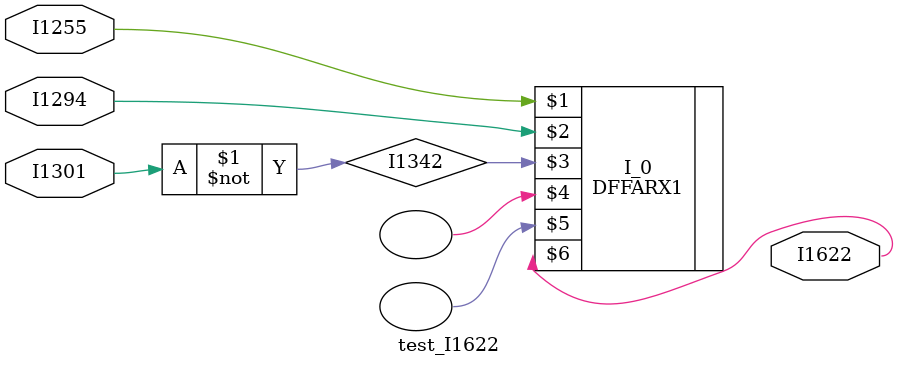
<source format=v>
module test_I1622(I1255,I1294,I1301,I1622);
input I1255,I1294,I1301;
output I1622;
wire I1342;
DFFARX1 I_0(I1255,I1294,I1342,,,I1622,);
not I_1(I1342,I1301);
endmodule



</source>
